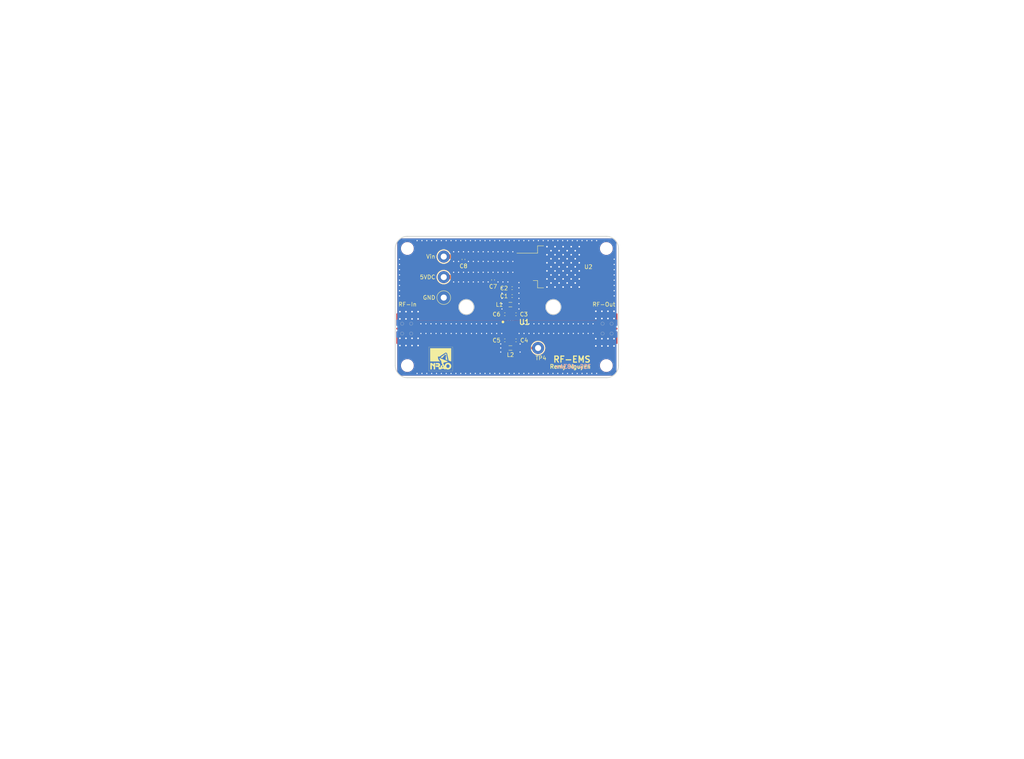
<source format=kicad_pcb>
(kicad_pcb (version 20221018) (generator pcbnew)
  (layers (0 "F.Cu" signal) (1 "In1.Cu" signal) (2 "In2.Cu" signal) (31 "B.Cu" signal) (34 "B.Paste" user) (35 "F.Paste" user) (36 "B.SilkS" user "B.Silkscreen") (37 "F.SilkS" user "F.Silkscreen") (38 "B.Mask" user) (39 "F.Mask" user) (44 "Edge.Cuts" user))
  (net 0 "")
  (net 1 "Net-(J1-In)")
  (net 2 "5VDC")
  (net 3 "Net-(J2-In)")
  (net 4 "GND")
  (net 5 "Net-(U1-VG2)")
  (net 6 "Net-(U1-VG1)")
  (net 7 "Vin")
  (net 8 "Net-(U1-VDD1)")
  (footprint "Capacitor_SMD:C_0402_1005Metric" (layer "F.Cu") (at 135.06 81.94 -90)
    (fp_text reference "C7" (at 1.64 0) (layer "F.SilkS"))
    (fp_text value "0.1 uF" hide)
    (pad "1" smd roundrect (at -0.48 0 270) (size 0.56 0.62) (layers "F.Cu" "F.Paste" "F.Mask") (net 2 "5VDC"))
    (pad "2" smd roundrect (at 0.48 0 270) (size 0.56 0.62) (layers "F.Cu" "F.Paste" "F.Mask") (net 4 "GND"))
  )
  (footprint "footprints.pretty:GCPW_osh2_90mm_user" (layer "F.Cu") (at 206.99 147.46)
    (fp_text reference " " (at 0 0) (layer "F.SilkS") (effects (font (size 1.5 1.5) (thickness 0.3))))
    (fp_text value "LOGO" hide)
  )
  (footprint "Package_TO_SOT_SMD:TO-263-2" (layer "F.Cu") (at 150.9 78.7)
    (fp_text reference "U2" (at 7.75 0) (layer "F.SilkS"))
    (fp_text value "L7805")
    (pad "1" smd roundrect (at -7.65 -2.54) (size 4.6 1.1) (layers "F.Cu" "F.Paste" "F.Mask") (roundrect_rratio 0.2272727273) (net 7 "Vin"))
    (pad "2" smd roundrect (at -0.925 -2.775) (size 4.55 5.25) (layers "F.Cu" "F.Paste") (roundrect_rratio 0.05494505495) (net 4 "GND"))
    (pad "2" smd roundrect (at -0.925 2.775) (size 4.55 5.25) (layers "F.Cu" "F.Paste") (roundrect_rratio 0.05494505495) (net 4 "GND"))
    (pad "2" smd roundrect (at 1.5 0) (size 9.4 10.8) (layers "F.Cu" "F.Mask") (roundrect_rratio 0.02659595745) (net 4 "GND"))
    (pad "2" smd roundrect (at 3.925 -2.775) (size 4.55 5.25) (layers "F.Cu" "F.Paste") (roundrect_rratio 0.05494505495) (net 4 "GND"))
    (pad "2" smd roundrect (at 3.925 2.775) (size 4.55 5.25) (layers "F.Cu" "F.Paste") (roundrect_rratio 0.05494505495) (net 4 "GND"))
    (pad "3" smd roundrect (at -7.65 2.54) (size 4.6 1.1) (layers "F.Cu" "F.Paste" "F.Mask") (roundrect_rratio 0.2272727273) (net 2 "5VDC"))
  )
  (footprint "Capacitor_SMD:C_0402_1005Metric" (layer "F.Cu") (at 127.74 76.86 -90)
    (fp_text reference "C8" (at 1.65 0) (layer "F.SilkS"))
    (fp_text value "0.33 uF" hide)
    (pad "1" smd roundrect (at -0.48 0 270) (size 0.56 0.62) (layers "F.Cu" "F.Paste" "F.Mask") (net 7 "Vin"))
    (pad "2" smd roundrect (at 0.48 0 270) (size 0.56 0.62) (layers "F.Cu" "F.Paste" "F.Mask") (net 4 "GND"))
  )
  (footprint "Capacitor_SMD:C_0402_1005Metric" (layer "F.Cu") (at 137.97 96.9 180)
    (fp_text reference "C5" (at 0.97 0) (layer "F.SilkS") (effects (justify right)))
    (fp_text value "1 nF" hide)
    (pad "1" smd roundrect (at -0.48 0 180) (size 0.56 0.62) (layers "F.Cu" "F.Paste" "F.Mask") (net 6 "Net-(U1-VG1)"))
    (pad "2" smd roundrect (at 0.48 0 180) (size 0.56 0.62) (layers "F.Cu" "F.Paste" "F.Mask") (net 4 "GND"))
  )
  (footprint "Capacitor_SMD:C_0402_1005Metric" (layer "F.Cu") (at 140.74 90.44)
    (fp_text reference "C3" (at 0.86 0.01) (layer "F.SilkS") (effects (justify left)))
    (fp_text value "1 nF" hide)
    (pad "1" smd roundrect (at -0.48 0) (size 0.56 0.62) (layers "F.Cu" "F.Paste" "F.Mask") (net 2 "5VDC"))
    (pad "2" smd roundrect (at 0.48 0) (size 0.56 0.62) (layers "F.Cu" "F.Paste" "F.Mask") (net 4 "GND"))
  )
  (footprint "Capacitor_SMD:C_0402_1005Metric" (layer "F.Cu") (at 137.97 90.44)
    (fp_text reference "C6" (at -0.97 0.01) (layer "F.SilkS") (effects (justify right)))
    (fp_text value "0.1 uF" hide)
    (pad "1" smd roundrect (at -0.48 0) (size 0.56 0.62) (layers "F.Cu" "F.Paste" "F.Mask") (net 4 "GND"))
    (pad "2" smd roundrect (at 0.48 0) (size 0.56 0.62) (layers "F.Cu" "F.Paste" "F.Mask") (net 8 "Net-(U1-VDD1)"))
  )
  (footprint "TestPoint:TestPoint_Loop_D2.54mm_Drill1.5mm_Beaded" (layer "F.Cu") (at 122.85 86.32)
    (fp_text reference "GND" (at -2 0) (layer "F.SilkS") (effects (justify right)))
    (fp_text value "GND" hide)
    (pad "1" thru_hole circle (at 0 0) (size 3 3) (drill 1.5) (layers "*.Cu" "*.Mask") (net 4 "GND"))
  )
  (footprint "Mini-Circuits:QFN66P300X300X89-9N" (layer "F.Cu") (at 139.355 93.67)
    (fp_text reference "U1" (at 3.445 -1.27) (layer "F.SilkS") (effects (font (size 1.27 1.27) (thickness 0.254))))
    (fp_text value "TSS-183A+" hide)
    (pad "1" smd rect (at -1.45 -0.33 90) (size 0.35 0.8) (layers "F.Cu" "F.Paste" "F.Mask") (net 4 "GND"))
    (pad "2" smd rect (at -1.45 0.33 90) (size 0.35 0.8) (layers "F.Cu" "F.Paste" "F.Mask") (net 1 "Net-(J1-In)"))
    (pad "3" smd rect (at -0.33 1.45) (size 0.35 0.8) (layers "F.Cu" "F.Paste" "F.Mask") (net 6 "Net-(U1-VG1)"))
    (pad "4" smd rect (at 0.33 1.45) (size 0.35 0.8) (layers "F.Cu" "F.Paste" "F.Mask") (net 5 "Net-(U1-VG2)"))
    (pad "5" smd rect (at 1.45 0.33 90) (size 0.35 0.8) (layers "F.Cu" "F.Paste" "F.Mask") (net 3 "Net-(J2-In)"))
    (pad "6" smd rect (at 1.45 -0.33 90) (size 0.35 0.8) (layers "F.Cu" "F.Paste" "F.Mask") (net 4 "GND"))
    (pad "7" smd rect (at 0.33 -1.45) (size 0.35 0.8) (layers "F.Cu" "F.Paste" "F.Mask") (net 2 "5VDC"))
    (pad "8" smd rect (at -0.33 -1.45) (size 0.35 0.8) (layers "F.Cu" "F.Paste" "F.Mask") (net 8 "Net-(U1-VDD1)"))
    (pad "9" smd rect (at 0 0) (size 1.702 1.702) (layers "F.Cu" "F.Paste" "F.Mask") (net 4 "GND"))
  )
  (footprint "Capacitor_SMD:C_0402_1005Metric" (layer "F.Cu") (at 139.78 85.95 180)
    (fp_text reference "C1" (at 0.94 0) (layer "F.SilkS") (effects (justify right)))
    (fp_text value "5.6 pF" hide)
    (pad "1" smd roundrect (at -0.48 0 180) (size 0.56 0.62) (layers "F.Cu" "F.Paste" "F.Mask") (net 2 "5VDC"))
    (pad "2" smd roundrect (at 0.48 0 180) (size 0.56 0.62) (layers "F.Cu" "F.Paste" "F.Mask") (net 4 "GND"))
  )
  (footprint "footprints:Mueller BU-1420761881" (layer "F.Cu") (at 161.56 94 180)
    (fp_text reference "RF-Out" (at -3.84 6 180) (layer "F.SilkS") (effects (justify right)))
    (fp_text value "Conn_Coaxial" hide)
    (fp_circle (center -2.8448 -1.2192) (end -2.4384 -1.2192) (stroke (width 0.05)) (fill none) (layer "Edge.Cuts"))
    (fp_circle (center -2.8448 1.2192) (end -2.4384 1.2192) (stroke (width 0.05)) (fill none) (layer "Edge.Cuts"))
    (fp_circle (center -0.6096 -1.2192) (end -0.2032 -1.2192) (stroke (width 0.05)) (fill none) (layer "Edge.Cuts"))
    (fp_circle (center -0.6096 1.2192) (end -0.2032 1.2192) (stroke (width 0.05)) (fill none) (layer "Edge.Cuts"))
    (pad "1" smd rect (at -3.4036 0 180) (size 1.7272 0.41) (layers "F.Cu" "F.Paste" "F.Mask") (net 3 "Net-(J2-In)"))
    (pad "2" smd rect (at -1.7272 -2.2292 180) (size 5.08 3.048) (layers "F.Cu" "F.Paste" "F.Mask") (net 4 "GND"))
    (pad "2" smd rect (at -1.7272 -1.4672 180) (size 5.08 1.524) (layers "B.Cu" "B.Paste" "B.Mask") (net 4 "GND"))
    (pad "2" smd rect (at -1.7272 1.4672 180) (size 5.08 1.524) (layers "B.Cu" "B.Paste" "B.Mask") (net 4 "GND"))
    (pad "2" smd rect (at -1.7272 2.2292 180) (size 5.08 3.048) (layers "F.Cu" "F.Paste" "F.Mask") (net 4 "GND"))
  )
  (footprint "Capacitor_SMD:C_0402_1005Metric" (layer "F.Cu") (at 139.78 83.98 180)
    (fp_text reference "C2" (at 0.94 -0.02) (layer "F.SilkS") (effects (justify right)))
    (fp_text value "18 pF" hide)
    (pad "1" smd roundrect (at -0.48 0 180) (size 0.56 0.62) (layers "F.Cu" "F.Paste" "F.Mask") (net 2 "5VDC"))
    (pad "2" smd roundrect (at 0.48 0 180) (size 0.56 0.62) (layers "F.Cu" "F.Paste" "F.Mask") (net 4 "GND"))
  )
  (footprint "Inductor_SMD:L_0805_2012Metric" (layer "F.Cu") (at 139.355 88.055 180)
    (fp_text reference "L1" (at 1.755 0.005) (layer "F.SilkS") (effects (justify right)))
    (fp_text value "3.3 nH" hide)
    (pad "1" smd roundrect (at -1.0625 0 180) (size 0.875 1.2) (layers "F.Cu" "F.Paste" "F.Mask") (net 2 "5VDC"))
    (pad "2" smd roundrect (at 1.0625 0 180) (size 0.875 1.2) (layers "F.Cu" "F.Paste" "F.Mask") (net 8 "Net-(U1-VDD1)"))
  )
  (footprint "FabDrawingTemplates:FabDrawing-4Layer-Metric-Compact-OSH" (layer "F.Cu") (at 55.5 135.5)
    (fp_text reference " " hide)
    (fp_text value " " hide)
  )
  (footprint "TestPoint:TestPoint_Loop_D2.54mm_Drill1.5mm_Beaded" (layer "F.Cu") (at 122.85 81.24)
    (fp_text reference "5VDC" (at -2 0) (layer "F.SilkS") (effects (justify right)))
    (fp_text value "5VDC" hide)
    (pad "1" thru_hole circle (at 0 0) (size 3 3) (drill 1.5) (layers "*.Cu" "*.Mask") (net 2 "5VDC"))
  )
  (footprint "Inductor_SMD:L_0805_2012Metric" (layer "F.Cu") (at 139.355 98.8)
    (fp_text reference "L2" (at 0 1.1) (layer "F.SilkS") (effects (justify top)))
    (fp_text value "3.3 nH" hide)
    (pad "1" smd roundrect (at -1.0625 0) (size 0.875 1.2) (layers "F.Cu" "F.Paste" "F.Mask") (net 6 "Net-(U1-VG1)"))
    (pad "2" smd roundrect (at 1.0625 0) (size 0.875 1.2) (layers "F.Cu" "F.Paste" "F.Mask") (net 5 "Net-(U1-VG2)"))
  )
  (footprint "MountingHole:MountingHole_2.7mm_M2.5" (layer "F.Cu") (at 163.1 103.15)
    (fp_text reference "REF**" hide)
    (fp_text value "MountingHole_2.7mm_M2.5" hide)
    (pad "" np_thru_hole circle (at 0 0) (size 2.7 2.7) (drill 2.7) (layers "*.Mask" "F.Cu" "In1.Cu" "In2.Cu" "B.Cu"))
  )
  (footprint "TestPoint:TestPoint_Loop_D2.54mm_Drill1.5mm_Beaded" (layer "F.Cu") (at 122.85 76.16)
    (fp_text reference "Vin" (at -2 0) (layer "F.SilkS") (effects (justify right)))
    (fp_text value "Vin" hide)
    (pad "1" thru_hole circle (at 0 0) (size 3 3) (drill 1.5) (layers "*.Cu" "*.Mask") (net 7 "Vin"))
  )
  (footprint "Capacitor_SMD:C_0402_1005Metric" (layer "F.Cu") (at 140.74 96.9 180)
    (fp_text reference "C4" (at -0.96 0) (layer "F.SilkS") (effects (justify left)))
    (fp_text value "1 nF" hide)
    (pad "1" smd roundrect (at -0.48 0 180) (size 0.56 0.62) (layers "F.Cu" "F.Paste" "F.Mask") (net 4 "GND"))
    (pad "2" smd roundrect (at 0.48 0 180) (size 0.56 0.62) (layers "F.Cu" "F.Paste" "F.Mask") (net 5 "Net-(U1-VG2)"))
  )
  (footprint "footprints.pretty:nrao1_6mm_silk" (layer "F.Cu") (at 122.1 101.5)
    (fp_text reference "G***" hide)
    (fp_text value "LOGO" hide)
  )
  (footprint "MountingHole:MountingHole_2.7mm_M2.5" (layer "F.Cu") (at 163.1 74.15)
    (fp_text reference "REF**" hide)
    (fp_text value "MountingHole_2.7mm_M2.5" hide)
    (pad "" np_thru_hole circle (at 0 0) (size 2.7 2.7) (drill 2.7) (layers "*.Mask" "F.Cu" "In1.Cu" "In2.Cu" "B.Cu"))
  )
  (footprint "MountingHole:MountingHole_2.7mm_M2.5" (layer "F.Cu") (at 113.85 74.15)
    (fp_text reference "REF**" hide)
    (fp_text value "MountingHole_2.7mm_M2.5" hide)
    (pad "" np_thru_hole circle (at 0 0) (size 2.7 2.7) (drill 2.7) (layers "*.Mask" "F.Cu" "In1.Cu" "In2.Cu" "B.Cu"))
  )
  (footprint "TestPoint:TestPoint_Loop_D2.54mm_Drill1.5mm_Beaded" (layer "F.Cu") (at 146.2 98.8)
    (fp_text reference "TP4" (at 0.7 2.5) (layer "F.SilkS"))
    (fp_text value "Vg")
    (pad "1" thru_hole circle (at 0 0) (size 3 3) (drill 1.5) (layers "*.Cu" "*.Mask") (net 5 "Net-(U1-VG2)"))
  )
  (footprint "footprints:Mueller BU-1420761881" (layer "F.Cu") (at 115.39 94)
    (fp_text reference "RF-In" (at -3.84 -6) (layer "F.SilkS") (effects (justify left)))
    (fp_text value "Conn_Coaxial" hide)
    (fp_circle (center -2.8448 -1.2192) (end -2.4384 -1.2192) (stroke (width 0.05)) (fill none) (layer "Edge.Cuts"))
    (fp_circle (center -2.8448 1.2192) (end -2.4384 1.2192) (stroke (width 0.05)) (fill none) (layer "Edge.Cuts"))
    (fp_circle (center -0.6096 -1.2192) (end -0.2032 -1.2192) (stroke (width 0.05)) (fill none) (layer "Edge.Cuts"))
    (fp_circle (center -0.6096 1.2192) (end -0.2032 1.2192) (stroke (width 0.05)) (fill none) (layer "Edge.Cuts"))
    (pad "1" smd rect (at -3.4036 0) (size 1.7272 0.41) (layers "F.Cu" "F.Paste" "F.Mask") (net 1 "Net-(J1-In)"))
    (pad "2" smd rect (at -1.7272 -2.2292) (size 5.08 3.048) (layers "F.Cu" "F.Paste" "F.Mask") (net 4 "GND"))
    (pad "2" smd rect (at -1.7272 -1.4672) (size 5.08 1.524) (layers "B.Cu" "B.Paste" "B.Mask") (net 4 "GND"))
    (pad "2" smd rect (at -1.7272 1.4672) (size 5.08 1.524) (layers "B.Cu" "B.Paste" "B.Mask") (net 4 "GND"))
    (pad "2" smd rect (at -1.7272 2.2292) (size 5.08 3.048) (layers "F.Cu" "F.Paste" "F.Mask") (net 4 "GND"))
  )
  (footprint "MountingHole:MountingHole_2.7mm_M2.5" (layer "F.Cu") (at 113.85 103.15)
    (fp_text reference "REF**" hide)
    (fp_text value "MountingHole_2.7mm_M2.5" hide)
    (pad "" np_thru_hole circle (at 0 0) (size 2.7 2.7) (drill 2.7) (layers "*.Cu" "*.Mask"))
  )
  (gr_arc (start 166.100001 103.150001) (mid 165.221321 105.271321) (end 163.100001 106.150001) (stroke (width 0.2)) (layer "Edge.Cuts"))
  (gr_line (start 166.1 88.65) (end 166.100001 74.149999) (stroke (width 0.2)) (layer "Edge.Cuts"))
  (gr_arc (start 110.85 74.15) (mid 111.72868 72.02868) (end 113.85 71.15) (stroke (width 0.2)) (layer "Edge.Cuts"))
  (gr_line (start 163.100001 71.149999) (end 113.85 71.15) (stroke (width 0.2)) (layer "Edge.Cuts"))
  (gr_arc (start 163.100001 71.149999) (mid 165.221321 72.028679) (end 166.100001 74.149999) (stroke (width 0.2)) (layer "Edge.Cuts"))
  (gr_line (start 166.100001 103.150001) (end 166.1 88.65) (stroke (width 0.2)) (layer "Edge.Cuts"))
  (gr_line (start 113.849999 106.150001) (end 163.100001 106.150001) (stroke (width 0.2)) (layer "Edge.Cuts"))
  (gr_line (start 110.85 74.15) (end 110.85 88.65) (stroke (width 0.2)) (layer "Edge.Cuts"))
  (gr_circle (center 128.4531 88.65) (end 130.32 88.65) (stroke (width 0.2)) (fill none) (layer "Edge.Cuts"))
  (gr_arc (start 113.849999 106.150001) (mid 111.728679 105.271321) (end 110.849999 103.150001) (stroke (width 0.2)) (layer "Edge.Cuts"))
  (gr_circle (center 149.975486 88.65) (end 151.842386 88.65) (stroke (width 0.2)) (fill none) (layer "Edge.Cuts"))
  (gr_line (start 110.85 88.65) (end 110.849999 103.150001) (stroke (width 0.2)) (layer "Edge.Cuts"))
  (gr_text "TSS-183A+" (at 159.35 104) (layer "B.SilkS") (effects (font (size 1 1) (thickness 0.2) bold) (justify left bottom mirror)))
  (gr_text "RF-EMS" (at 159.35 102.5) (layer "F.SilkS") (effects (font (size 1.5 1.5) (thickness 0.3) bold) (justify right bottom)))
  (gr_text "Remy Nguyen" (at 159.35 104) (layer "F.SilkS") (effects (font (size 1 1) (thickness 0.2) bold) (justify right bottom)))
  (segment (start 112.1964 94) (end 137.2 94) (width 0.41) (layer "F.Cu") (net 1))
  (segment (start 137.905 94) (end 137.5 94) (width 0.35) (layer "F.Cu") (net 1))
  (segment (start 140.26 90.5875) (end 139.685 91.1625) (width 0.35) (layer "F.Cu") (net 2))
  (segment (start 140.26 90.44) (end 140.26 81.29) (width 0.56) (layer "F.Cu") (net 2))
  (segment (start 143.25 81.24) (end 140.31 81.24) (width 1.1) (layer "F.Cu") (net 2))
  (segment (start 140.31 81.24) (end 122.85 81.24) (width 1.1) (layer "F.Cu") (net 2))
  (segment (start 139.685 91.1625) (end 139.685 92.2175) (width 0.35) (layer "F.Cu") (net 2))
  (segment (start 141.5 94) (end 164.7136 94) (width 0.41) (layer "F.Cu") (net 3))
  (segment (start 140.805 94) (end 141.21 94) (width 0.35) (layer "F.Cu") (net 3))
  (segment (start 149.31 75) (end 149.35 75.04) (width 0.25) (layer "F.Cu") (net 4))
  (via (at 137.87439 105.1) (size 0.6) (drill 0.3) (layers "F.Cu" "B.Cu") (net 4))
  (via (at 130.667073 105.1) (size 0.6) (drill 0.3) (layers "F.Cu" "B.Cu") (net 4))
  (via (at 141.46 89.132857) (size 0.6) (drill 0.3) (layers "F.Cu" "B.Cu") (net 4))
  (via (at 160.5 89.7) (size 0.8) (drill 0.4) (layers "F.Cu" "B.Cu") (net 4))
  (via (at 163.5 89.7) (size 0.8) (drill 0.4) (layers "F.Cu" "B.Cu") (net 4))
  (via (at 128.44874 95.2) (size 0.6) (drill 0.3) (layers "F.Cu" "B.Cu") (net 4))
  (via (at 134.268292 72.2) (size 0.6) (drill 0.3) (layers "F.Cu" "B.Cu") (net 4))
  (via (at 131.4 74.96) (size 0.6) (drill 0.3) (layers "F.Cu" "B.Cu") (net 4))
  (via (at 151.274147 92.8) (size 0.6) (drill 0.3) (layers "F.Cu" "B.Cu") (net 4))
  (via (at 124.658536 72.2) (size 0.6) (drill 0.3) (layers "F.Cu" "B.Cu") (net 4))
  (via (at 148.4 77.7) (size 0.8) (drill 0.4) (layers "F.Cu" "B.Cu") (net 4))
  (via (at 150.4 75.7) (size 0.8) (drill 0.4) (layers "F.Cu" "B.Cu") (net 4))
  (via (at 123.457317 72.2) (size 0.6) (drill 0.3) (layers "F.Cu" "B.Cu") (net 4))
  (via (at 154.691463 105.1) (size 0.6) (drill 0.3) (layers "F.Cu" "B.Cu") (net 4))
  (via (at 113.5 89.8) (size 0.8) (drill 0.4) (layers "F.Cu" "B.Cu") (net 4))
  (via (at 126.514285 74.96) (size 0.6) (drill 0.3) (layers "F.Cu" "B.Cu") (net 4))
  (via (at 152.4 77.7) (size 0.8) (drill 0.4) (layers "F.Cu" "B.Cu") (net 4))
  (via (at 115 98.2) (size 0.8) (drill 0.4) (layers "F.Cu" "B.Cu") (net 4))
  (via (at 136.285714 80.04) (size 0.6) (drill 0.3) (layers "F.Cu" "B.Cu") (net 4))
  (via (at 154.4 79.7) (size 0.8) (drill 0.4) (layers "F.Cu" "B.Cu") (net 4))
  (via (at 117.451219 72.2) (size 0.6) (drill 0.3) (layers "F.Cu" "B.Cu") (net 4))
  (via (at 143.880487 105.1) (size 0.6) (drill 0.3) (layers "F.Cu" "B.Cu") (net 4))
  (via (at 165.05 85.9) (size 0.6) (drill 0.3) (layers "F.Cu" "B.Cu") (net 4))
  (via (at 158.604757 92.8) (size 0.6) (drill 0.3) (layers "F.Cu" "B.Cu") (net 4))
  (via (at 122.256097 72.2) (size 0.6) (drill 0.3) (layers "F.Cu" "B.Cu") (net 4))
  (via (at 136.285714 77.36) (size 0.6) (drill 0.3) (layers "F.Cu" "B.Cu") (net 4))
  (via (at 127.063414 105.1) (size 0.6) (drill 0.3) (layers "F.Cu" "B.Cu") (net 4))
  (via (at 138.728571 82.44) (size 0.6) (drill 0.3) (layers "F.Cu" "B.Cu") (net 4))
  (via (at 131.868292 105.1) (size 0.6) (drill 0.3) (layers "F.Cu" "B.Cu") (net 4))
  (via (at 116.5 98.2) (size 0.8) (drill 0.4) (layers "F.Cu" "B.Cu") (net 4))
  (via (at 119.69748 92.8) (size 0.6) (drill 0.3) (layers "F.Cu" "B.Cu") (net 4))
  (via (at 162 98.3) (size 0.8) (drill 0.4) (layers "F.Cu" "B.Cu") (net 4))
  (via (at 141.5 95.2) (size 0.6) (drill 0.3) (layers "F.Cu" "B.Cu") (net 4))
  (via (at 148.4 75.7) (size 0.8) (drill 0.4) (layers "F.Cu" "B.Cu") (net 4))
  (via (at 143.878048 72.2) (size 0.6) (drill 0.3) (layers "F.Cu" "B.Cu") (net 4))
  (via (at 133.44946 92.8) (size 0.6) (drill 0.3) (layers "F.Cu" "B.Cu") (net 4))
  (via (at 149.884146 72.2) (size 0.6) (drill 0.3) (layers "F.Cu" "B.Cu") (net 4))
  (via (at 141.755 97.8) (size 0.6) (drill 0.3) (layers "F.Cu" "B.Cu") (net 4))
  (via (at 115 91.6) (size 0.8) (drill 0.4) (layers "F.Cu" "B.Cu") (net 4))
  (via (at 151.4 82.7) (size 0.8) (drill 0.4) (layers "F.Cu" "B.Cu") (net 4))
  (via (at 117.19712 95.2) (size 0.6) (drill 0.3) (layers "F.Cu" "B.Cu") (net 4))
  (via (at 162 89.7) (size 0.8) (drill 0.4) (layers "F.Cu" "B.Cu") (net 4))
  (via (at 112 89.8) (size 0.8) (drill 0.4) (layers "F.Cu" "B.Cu") (net 4))
  (via (at 116.25 72.2) (size 0.6) (drill 0.3) (layers "F.Cu" "B.Cu") (net 4))
  (via (at 124.6982 95.2) (size 0.6) (drill 0.3) (layers "F.Cu" "B.Cu") (net 4))
  (via (at 152.4 73.7) (size 0.8) (drill 0.4) (layers "F.Cu" "B.Cu") (net 4))
  (via (at 148.682926 72.2) (size 0.6) (drill 0.3) (layers "F.Cu" "B.Cu") (net 4))
  (via (at 141.46 85.211428) (size 0.6) (drill 0.3) (layers "F.Cu" "B.Cu") (net 4))
  (via (at 128.957142 74.96) (size 0.6) (drill 0.3) (layers "F.Cu" "B.Cu") (net 4))
  (via (at 138.728571 74.96) (size 0.6) (drill 0.3) (layers "F.Cu" "B.Cu") (net 4))
  (via (at 154.939452 95.2) (size 0.6) (drill 0.3) (layers "F.Cu" "B.Cu") (net 4))
  (via (at 129.465853 105.1) (size 0.6) (drill 0.3) (layers "F.Cu" "B.Cu") (net 4))
  (via (at 122.258536 105.1) (size 0.6) (drill 0.3) (layers "F.Cu" "B.Cu") (net 4))
  (via (at 137.2 95.2) (size 0.6) (drill 0.3) (layers "F.Cu" "B.Cu") (net 4))
  (via (at 150.052378 92.8) (size 0.6) (drill 0.3) (layers "F.Cu" "B.Cu") (net 4))
  (via (at 147.608842 95.2) (size 0.6) (drill 0.3) (layers "F.Cu" "B.Cu") (net 4))
  (via (at 156.4 73.7) (size 0.8) (drill 0.4) (layers "F.Cu" "B.Cu") (net 4))
  (via (at 132.19928 92.8) (size 0.6) (drill 0.3) (layers "F.Cu" "B.Cu") (net 4))
  (via (at 150.4 81.7) (size 0.8) (drill 0.4) (layers "F.Cu" "B.Cu") (net 4))
  (via (at 126.514285 80.04) (size 0.6) (drill 0.3) (layers "F.Cu" "B.Cu") (net 4))
  (via (at 125.859756 72.2) (size 0.6) (drill 0.3) (layers "F.Cu" "B.Cu") (net 4))
  (via (at 152.286585 72.2) (size 0.6) (drill 0.3) (layers "F.Cu" "B.Cu") (net 4))
  (via (at 131.4 82.44) (size 0.6) (drill 0.3) (layers "F.Cu" "B.Cu") (net 4))
  (via (at 157.091463 72.2) (size 0.6) (drill 0.3) (layers "F.Cu" "B.Cu") (net 4))
  (via (at 127.735714 74.96) (size 0.6) (drill 0.3) (layers "F.Cu" "B.Cu") (net 4))
  (via (at 115 96.4) (size 0.8) (drill 0.4) (layers "F.Cu" "B.Cu") (net 4))
  (via (at 139.07317 72.2) (size 0.6) (drill 0.3) (layers "F.Cu" "B.Cu") (net 4))
  (via (at 151.274147 95.2) (size 0.6) (drill 0.3) (layers "F.Cu" "B.Cu") (net 4))
  (via (at 135.064285 74.96) (size 0.6) (drill 0.3) (layers "F.Cu" "B.Cu") (net 4))
  (via (at 153.487804 72.2) (size 0.6) (drill 0.3) (layers "F.Cu" "B.Cu") (net 4))
  (via (at 153.4 80.7) (size 0.8) (drill 0.4) (layers "F.Cu" "B.Cu") (net 4))
  (via (at 131.4 77.36) (size 0.6) (drill 0.3) (layers "F.Cu" "B.Cu") (net 4))
  (via (at 122.19784 95.2) (size 0.6) (drill 0.3) (layers "F.Cu" "B.Cu") (net 4))
  (via (at 125.292857 82.44) (size 0.6) (drill 0.3) (layers "F.Cu" "B.Cu") (net 4))
  (via (at 149.886585 105.1) (size 0.6) (drill 0.3) (layers "F.Cu" "B.Cu") (net 4))
  (via (at 135.471951 105.1) (size 0.6) (drill 0.3) (layers "F.Cu" "B.Cu") (net 4))
  (via (at 165 96.5) (size 0.8) (drill 0.4) (layers "F.Cu" "B.Cu") (net 4))
  (via (at 141.46 83.904285) (size 0.6) (drill 0.3) (layers "F.Cu" "B.Cu") (net 4))
  (via (at 156.4 81.7) (size 0.8) (drill 0.4) (layers "F.Cu" "B.Cu") (net 4))
  (via (at 130.178571 77.36) (size 0.6) (drill 0.3) (layers "F.Cu" "B.Cu") (net 4))
  (via (at 165.05 79.4) (size 0.6) (drill 0.3) (layers "F.Cu" "B.Cu") (net 4))
  (via (at 153.4 82.7) (size 0.8) (drill 0.4) (layers "F.Cu" "B.Cu") (net 4))
  (via (at 153.4 78.7) (size 0.8) (drill 0.4) (layers "F.Cu" "B.Cu") (net 4))
  (via (at 121.057317 105.1) (size 0.6) (drill 0.3) (layers "F.Cu" "B.Cu") (net 4))
  (via (at 147.608842 92.8) (size 0.6) (drill 0.3) (layers "F.Cu" "B.Cu") (net 4))
  (via (at 133.067073 72.2) (size 0.6) (drill 0.3) (layers "F.Cu" "B.Cu") (net 4))
  (via (at 155.4 78.7) (size 0.8) (drill 0.4) (layers "F.Cu" "B.Cu") (net 4))
  (via (at 134.69964 92.8) (size 0.6) (drill 0.3) (layers "F.Cu" "B.Cu") (net 4))
  (via (at 111.9 80.7) (size 0.6) (drill 0.3) (layers "F.Cu" "B.Cu") (net 4))
  (via (at 128.957142 82.44) (size 0.6) (drill 0.3) (layers "F.Cu" "B.Cu") (net 4))
  (via (at 125.292857 77.36) (size 0.6) (drill 0.3) (layers "F.Cu" "B.Cu") (net 4))
  (via (at 116.5 91.6) (size 0.8) (drill 0.4) (layers "F.Cu" "B.Cu") (net 4))
  (via (at 139.075609 105.1) (size 0.6) (drill 0.3) (layers "F.Cu" "B.Cu") (net 4))
  (via (at 138.728571 80.04) (size 0.6) (drill 0.3) (layers "F.Cu" "B.Cu") (net 4))
  (via (at 135.064285 80.04) (size 0.6) (drill 0.3) (layers "F.Cu" "B.Cu") (net 4))
  (via (at 154.4 77.7) (size 0.8) (drill 0.4) (layers "F.Cu" "B.Cu") (net 4))
  (via (at 148.4 83.7) (size 0.8) (drill 0.4) (layers "F.Cu" "B.Cu") (net 4))
  (via (at 132.621428 82.44) (size 0.6) (drill 0.3) (layers "F.Cu" "B.Cu") (net 4))
  (via (at 163.5 96.5) (size 0.8) (drill 0.4) (layers "F.Cu" "B.Cu") (net 4))
  (via (at 137.507142 80.04) (size 0.6) (drill 0.3) (layers "F.Cu" "B.Cu") (net 4))
  (via (at 148.4 79.7) (size 0.8) (drill 0.4) (layers "F.Cu" "B.Cu") (net 4))
  (via (at 126.514285 82.44) (size 0.6) (drill 0.3) (layers "F.Cu" "B.Cu") (net 4))
  (via (at 153.4 74.7) (size 0.8) (drill 0.4) (layers "F.Cu" "B.Cu") (net 4))
  (via (at 130.664634 72.2) (size 0.6) (drill 0.3) (layers "F.Cu" "B.Cu") (net 4))
  (via (at 130.9491 95.2) (size 0.6) (drill 0.3) (layers "F.Cu" "B.Cu") (net 4))
  (via (at 154.4 81.7) (size 0.8) (drill 0.4) (layers "F.Cu" "B.Cu") (net 4))
  (via (at 163.5 98.3) (size 0.8) (drill 0.4) (layers "F.Cu" "B.Cu") (net 4))
  (via (at 112 96.4) (size 0.8) (drill 0.4) (layers "F.Cu" "B.Cu") (net 4))
  (via (at 141.46 86.518571) (size 0.6) (drill 0.3) (layers "F.Cu" "B.Cu") (net 4))
  (via (at 156.4 83.7) (size 0.8) (drill 0.4) (layers "F.Cu" "B.Cu") (net 4))
  (via (at 122.19784 92.8) (size 0.6) (drill 0.3) (layers "F.Cu" "B.Cu") (net 4))
  (via (at 146.280487 72.2) (size 0.6) (drill 0.3) (layers "F.Cu" "B.Cu") (net 4))
  (via (at 162 96.5) (size 0.8) (drill 0.4) (layers "F.Cu" "B.Cu") (net 4))
  (via (at 155.890243 72.2) (size 0.6) (drill 0.3) (layers "F.Cu" "B.Cu") (net 4))
  (via (at 132.621428 74.96) (size 0.6) (drill 0.3) (layers "F.Cu" "B.Cu") (net 4))
  (via (at 126.514285 77.36) (size 0.6) (drill 0.3) (layers "F.Cu" "B.Cu") (net 4))
  (via (at 137.26 87.825714) (size 0.6) (drill 0.3) (layers "F.Cu" "B.Cu") (net 4))
  (via (at 131.865853 72.2) (size 0.6) (drill 0.3) (layers "F.Cu" "B.Cu") (net 4))
  (via (at 160.5 98.3) (size 0.8) (drill 0.4) (layers "F.Cu" "B.Cu") (net 4))
  (via (at 134.69964 95.2) (size 0.6) (drill 0.3) (layers "F.Cu" "B.Cu") (net 4))
  (via (at 151.4 74.7) (size 0.8) (drill 0.4) (layers "F.Cu" "B.Cu") (net 4))
  (via (at 136.285714 82.44) (size 0.6) (drill 0.3) (layers "F.Cu" "B.Cu") (net 4))
  (via (at 152.4 79.7) (size 0.8) (drill 0.4) (layers "F.Cu" "B.Cu") (net 4))
  (via (at 145.079268 72.2) (size 0.6) (drill 0.3) (layers "F.Cu" "B.Cu") (net 4))
  (via (at 153.490243 105.1) (size 0.6) (drill 0.3) (layers "F.Cu" "B.Cu") (net 4))
  (via (at 125.292857 80.04) (size 0.6) (drill 0.3) (layers "F.Cu" "B.Cu") (net 4))
  (via (at 113.5 96.4) (size 0.8) (drill 0.4) (layers "F.Cu" "B.Cu") (net 4))
  (via (at 111.9 83.3) (size 0.6) (drill 0.3) (layers "F.Cu" "B.Cu") (net 4))
  (via (at 116.252439 105.1) (size 0.6) (drill 0.3) (layers "F.Cu" "B.Cu") (net 4))
  (via (at 141.46 82.597142) (size 0.6) (drill 0.3) (layers "F.Cu" "B.Cu") (net 4))
  (via (at 136.955 99.8) (size 0.6) (drill 0.3) (layers "F.Cu" "B.Cu") (net 4))
  (via (at 120.94766 92.8) (size 0.6) (drill 0.3) (layers "F.Cu" "B.Cu") (net 4))
  (via (at 151.087804 105.1) (size 0.6) (drill 0.3) (layers "F.Cu" "B.Cu") (net 4))
  (via (at 133.069512 105.1) (size 0.6) (drill 0.3) (layers "F.Cu" "B.Cu") (net 4))
  (via (at 130.178571 74.96) (size 0.6) (drill 0.3) (layers "F.Cu" "B.Cu") (net 4))
  (via (at 142.676829 72.2) (size 0.6) (drill 0.3) (layers "F.Cu" "B.Cu") (net 4))
  (via (at 118.652439 72.2) (size 0.6) (drill 0.3) (layers "F.Cu" "B.Cu") (net 4))
  (via (at 151.4 76.7) (size 0.8) (drill 0.4) (layers "F.Cu" "B.Cu") (net 4))
  (via (at 142.679268 105.1) (size 0.6) (drill 0.3) (layers "F.Cu" "B.Cu") (net 4))
  (via (at 133.44946 95.2) (size 0.6) (drill 0.3) (layers "F.Cu" "B.Cu") (net 4))
  (via (at 129.69892 95.2) (size 0.6) (drill 0.3) (layers "F.Cu" "B.Cu") (net 4))
  (via (at 149.4 76.7) (size 0.8) (drill 0.4) (layers "F.Cu" "B.Cu") (net 4))
  (via (at 165.05 80.7) (size 0.6) (drill 0.3) (layers "F.Cu" "B.Cu") (net 4))
  (via (at 132.621428 77.36) (size 0.6) (drill 0.3) (layers "F.Cu" "B.Cu") (net 4))
  (via (at 145.165305 95.2) (size 0.6) (drill 0.3) (layers "F.Cu" "B.Cu") (net 4))
  (via (at 158.292682 72.2) (size 0.6) (drill 0.3) (layers "F.Cu" "B.Cu") (net 4))
  (via (at 154.4 73.7) (size 0.8) (drill 0.4) (layers "F.Cu" "B.Cu") (net 4))
  (via (at 132.19928 95.2) (size 0.6) (drill 0.3) (layers "F.Cu" "B.Cu") (net 4))
  (via (at 125.862195 105.1) (size 0.6) (drill 0.3) (layers "F.Cu" "B.Cu") (net 4))
  (via (at 150.4 83.7) (size 0.8) (drill 0.4) (layers "F.Cu" "B.Cu") (net 4))
  (via (at 141.475609 72.2) (size 0.6) (drill 0.3) (layers "F.Cu" "B.Cu") (net 4))
  (via (at 151.4 80.7) (size 0.8) (drill 0.4) (layers "F.Cu" "B.Cu") (net 4))
  (via (at 142.721768 95.2) (size 0.6) (drill 0.3) (layers "F.Cu" "B.Cu") (net 4))
  (via (at 160.5 91.5) (size 0.8) (drill 0.4) (layers "F.Cu" "B.Cu") (net 4))
  (via (at 155.4 74.7) (size 0.8) (drill 0.4) (layers "F.Cu" "B.Cu") (net 4))
  (via (at 160.695121 72.2) (size 0.6) (drill 0.3) (layers "F.Cu" "B.Cu") (net 4))
  (via (at 123.459756 105.1) (size 0.6) (drill 0.3) (layers "F.Cu" "B.Cu") (net 4))
  (via (at 145.081707 105.1) (size 0.6) (drill 0.3) (layers "F.Cu" "B.Cu") (net 4))
  (via (at 148.4 81.7) (size 0.8) (drill 0.4) (layers "F.Cu" "B.Cu") (net 4))
  (via (at 147.481707 72.2) (size 0.6) (drill 0.3) (layers "F.Cu" "B.Cu") (net 4))
  (via (at 156.161221 95.2) (size 0.6) (drill 0.3) (layers "F.Cu" "B.Cu") (net 4))
  (via (at 125.292857 74.96) (size 0.6) (drill 0.3) (layers "F.Cu" "B.Cu") (net 4))
  (via (at 145.165305 92.8) (size 0.6) (drill 0.3) (layers "F.Cu" "B.Cu") (net 4))
  (via (at 148.83061 95.2) (size 0.6) (drill 0.3) (layers "F.Cu" "B.Cu") (net 4))
  (via (at 142.721768 92.8) (size 0.6) (drill 0.3) (layers "F.Cu" "B.Cu") (net 4))
  (via (at 154.4 83.7) (size 0.8) (drill 0.4) (layers "F.Cu" "B.Cu") (net 4))
  (via (at 111.9 85.9) (size 0.6) (drill 0.3) (layers "F.Cu" "B.Cu") (net 4))
  (via (at 130.9491 92.8) (size 0.6) (drill 0.3) (layers "F.Cu" "B.Cu") (net 4))
  (via (at 112 98.2) (size 0.8) (drill 0.4) (layers "F.Cu" "B.Cu") (net 4))
  (via (at 125.94838 95.2) (size 0.6) (drill 0.3) (layers "F.Cu" "B.Cu") (net 4))
  (via (at 138.728571 77.36) (size 0.6) (drill 0.3) (layers "F.Cu" "B.Cu") (net 4))
  (via (at 127.19856 95.2) (size 0.6) (drill 0.3) (layers "F.Cu" "B.Cu") (net 4))
  (via (at 146.282926 105.1) (size 0.6) (drill 0.3) (layers "F.Cu" "B.Cu") (net 4))
  (via (at 120.94766 95.2) (size 0.6) (drill 0.3) (layers "F.Cu" "B.Cu") (net 4))
  (via (at 155.892682 105.1) (size 0.6) (drill 0.3) (layers "F.Cu" "B.Cu") (net 4))
  (via (at 165.05 76.8) (size 0.6) (drill 0.3) (layers "F.Cu" "B.Cu") (net 4))
  (via (at 154.939452 92.8) (size 0.6) (drill 0.3) (layers "F.Cu" "B.Cu") (net 4))
  (via (at 151.4 78.7) (size 0.8) (drill 0.4) (layers "F.Cu" "B.Cu") (net 4))
  (via (at 137.26 85.211428) (size 0.6) (drill 0.3) (layers "F.Cu" "B.Cu") (net 4))
  (via (at 137.871951 72.2) (size 0.6) (drill 0.3) (layers "F.Cu" "B.Cu") (net 4))
  (via (at 139.95 80.04) (size 0.6) (drill 0.3) (layers "F.Cu" "B.Cu") (net 4))
  (via (at 155.4 80.7) (size 0.8) (drill 0.4) (layers "F.Cu" "B.Cu") (net 4))
  (via (at 151.085365 72.2) (size 0.6) (drill 0.3) (layers "F.Cu" "B.Cu") (net 4))
  (via (at 132.621428 80.04) (size 0.6) (drill 0.3) (layers "F.Cu" "B.Cu") (net 4))
  (via (at 119.856097 105.1) (size 0.6) (drill 0.3) (layers "F.Cu" "B.Cu") (net 4))
  (via (at 135.94982 95.2) (size 0.6) (drill 0.3) (layers "F.Cu" "B.Cu") (net 4))
  (via (at 165 91.5) (size 0.8) (drill 0.4) (layers "F.Cu" "B.Cu") (net 4))
  (via (at 152.495915 95.2) (size 0.6) (drill 0.3) (layers "F.Cu" "B.Cu") (net 4))
  (via (at 141.46 87.825714) (size 0.6) (drill 0.3) (layers "F.Cu" "B.Cu") (net 4))
  (via (at 165 89.7) (size 0.8) (drill 0.4) (layers "F.Cu" "B.Cu") (net 4))
  (via (at 148.685365 105.1) (size 0.6) (drill 0.3) (layers "F.Cu" "B.Cu") (net 4))
  (via (at 158.604757 95.2) (size 0.6) (drill 0.3) (layers "F.Cu" "B.Cu") (net 4))
  (via (at 153.717684 95.2) (size 0.6) (drill 0.3) (layers "F.Cu" "B.Cu") (net 4))
  (via (at 149.4 82.7) (size 0.8) (drill 0.4) (layers "F.Cu" "B.Cu") (net 4))
  (via (at 165 98.3) (size 0.8) (drill 0.4) (layers "F.Cu" "B.Cu") (net 4))
  (via (at 137.507142 77.36) (size 0.6) (drill 0.3) (layers "F.Cu" "B.Cu") (net 4))
  (via (at 141.755 99.8) (size 0.6) (drill 0.3) (layers "F.Cu" "B.Cu") (net 4))
  (via (at 133.842857 74.96) (size 0.6) (drill 0.3) (layers "F.Cu" "B.Cu") (net 4))
  (via (at 113.5 91.6) (size 0.8) (drill 0.4) (layers "F.Cu" "B.Cu") (net 4))
  (via (at 111.9 82) (size 0.6) (drill 0.3) (layers "F.Cu" "B.Cu") (net 4))
  (via (at 135.064285 77.36) (size 0.6) (drill 0.3) (layers "F.Cu" "B.Cu") (net 4))
  (via (at 127.735714 82.44) (size 0.6) (drill 0.3) (layers "F.Cu" "B.Cu") (net 4))
  (via (at 117.453658 105.1) (size 0.6) (drill 0.3) (layers "F.Cu" "B.Cu") (net 4))
  (via (at 159.826526 92.8) (size 0.6) (drill 0.3) (layers "F.Cu" "B.Cu") (net 4))
  (via (at 124.660975 105.1) (size 0.6) (drill 0.3) (layers "F.Cu" "B.Cu") (net 4))
  (via (at 133.842857 82.44) (size 0.6) (drill 0.3) (layers "F.Cu" "B.Cu") (net 4))
  (via (at 157.382989 92.8) (size 0.6) (drill 0.3) (layers "F.Cu" "B.Cu") (net 4))
  (via (at 152.289024 105.1) (size 0.6) (drill 0.3) (layers "F.Cu" "B.Cu") (net 4))
  (via (at 135.469512 72.2) (size 0.6) (drill 0.3) (layers "F.Cu" "B.Cu") (net 4))
  (via (at 115 89.8) (size 0.8) (drill 0.4) (layers "F.Cu" "B.Cu") (net 4))
  (via (at 154.4 75.7) (size 0.8) (drill 0.4) (layers "F.Cu" "B.Cu") (net 4))
  (via (at 140.27439 72.2) (size 0.6) (drill 0.3) (layers "F.Cu" "B.Cu") (net 4))
  (via (at 143.943536 92.8) (size 0.6) (drill 0.3) (layers "F.Cu" "B.Cu") (net 4))
  (via (at 136.955 97.8) (size 0.6) (drill 0.3) (layers "F.Cu" "B.Cu") (net 4))
  (via (at 125.94838 92.8) (size 0.6) (drill 0.3) (layers "F.Cu" "B.Cu") (net 4))
  (via (at 136.955 98.79) (size 0.6) (drill 0.3) (layers "F.Cu" "B.Cu") (net 4))
  (via (at 152.495915 92.8) (size 0.6) (drill 0.3) (layers "F.Cu" "B.Cu") (net 4))
  (via (at 152.4 81.7) (size 0.8) (drill 0.4) (layers "F.Cu" "B.Cu") (net 4))
  (via (at 127.735714 80.04) (size 0.6) (drill 0.3) (layers "F.Cu" "B.Cu") (net 4))
  (via (at 155.4 76.7) (size 0.8) (drill 0.4) (layers "F.Cu" "B.Cu") (net 4))
  (via (at 143.943536 95.2) (size 0.6) (drill 0.3) (layers "F.Cu" "B.Cu") (net 4))
  (via (at 160.69756 105.1) (size 0.6) (drill 0.3) (layers "F.Cu" "B.Cu") (net 4))
  (via (at 128.264634 105.1) (size 0.6) (drill 0.3) (layers "F.Cu" "B.Cu") (net 4))
  (via (at 111.9 84.6) (size 0.6) (drill 0.3) (layers "F.Cu" "B.Cu") (net 4))
  (via (at 165.05 84.6) (size 0.6) (drill 0.3) (layers "F.Cu" "B.Cu") (net 4))
  (via (at 112 91.6) (size 0.8) (drill 0.4) (layers "F.Cu" "B.Cu") (net 4))
  (via (at 123.44802 95.2) (size 0.6) (drill 0.3) (layers "F.Cu" "B.Cu") (net 4))
  (via (at 127.060975 72.2) (size 0.6) (drill 0.3) (layers "F.Cu" "B.Cu") (net 4))
  (via (at 159.496341 105.1) (size 0.6) (drill 0.3) (layers "F.Cu" "B.Cu") (net 4))
  (via (at 165.05 82) (size 0.6) (drill 0.3) (layers "F.Cu" "B.Cu") (net 4))
  (via (at 119.69748 95.2) (size 0.6) (drill 0.3) (layers "F.Cu" "B.Cu") (net 4))
  (via (at 156.4 75.7) (size 0.8) (drill 0.4) (layers "F.Cu" "B.Cu") (net 4))
  (via (at 156.4 77.7) (size 0.8) (drill 0.4) (layers "F.Cu" "B.Cu") (net 4))
  (via (at 163.5 91.5) (size 0.8) (drill 0.4) (layers "F.Cu" "B.Cu") (net 4))
  (via (at 160.5 96.5) (size 0.8) (drill 0.4) (layers "F.Cu" "B.Cu") (net 4))
  (via (at 123.44802 92.8) (size 0.6) (drill 0.3) (layers "F.Cu" "B.Cu") (net 4))
  (via (at 154.689024 72.2) (size 0.6) (drill 0.3) (layers "F.Cu" "B.Cu") (net 4))
  (via (at 148.83061 92.8) (size 0.6) (drill 0.3) (layers "F.Cu" "B.Cu") (net 4))
  (via (at 118.654878 105.1) (size 0.6) (drill 0.3) (layers "F.Cu" "B.Cu") (net 4))
  (via (at 150.4 79.7) (size 0.8) (drill 0.4) (layers "F.Cu" "B.Cu") (net 4))
  (via (at 128.44874 92.8) (size 0.6) (drill 0.3) (layers "F.Cu" "B.Cu") (net 4))
  (via (at 146.387073 95.2) (size 0.6) (drill 0.3) (layers "F.Cu" "B.Cu") (net 4))
  (via (at 131.4 80.04) (size 0.6) (drill 0.3) (layers "F.Cu" "B.Cu") (net 4))
  (via (at 111.9 78.1) (size 0.6) (drill 0.3) (layers "F.Cu" "B.Cu") (net 4))
  (via (at 165.05 78.1) (size 0.6) (drill 0.3) (layers "F.Cu" "B.Cu") (net 4))
  (via (at 133.842857 77.36) (size 0.6) (drill 0.3) (layers "F.Cu" "B.Cu") (net 4))
  (via (at 136.670731 72.2) (size 0.6) (drill 0.3) (layers "F.Cu" "B.Cu") (net 4))
  (via (at 137.26 89.132857) (size 0.6) (drill 0.3) (layers "F.Cu" "B.Cu") (net 4))
  (via (at 141.478048 105.1) (size 0.6) (drill 0.3) (layers "F.Cu" "B.Cu") (net 4))
  (via (at 121.054878 72.2) (size 0.6) (drill 0.3) (layers "F.Cu" "B.Cu") (net 4))
  (via (at 155.4 82.7) (size 0.8) (drill 0.4) (layers "F.Cu" "B.Cu") (net 4))
  (via (at 130.178571 82.44) (size 0.6) (drill 0.3) (layers "F.Cu" "B.Cu") (net 4))
  (via (at 153.717684 92.8) (size 0.6) (drill 0.3) (layers "F.Cu" "B.Cu") (net 4))
  (via (at 150.4 77.7) (size 0.8) (drill 0.4) (layers "F.Cu" "B.Cu") (net 4))
  (via (at 135.94982 92.8) (size 0.6) (drill 0.3) (layers "F.Cu" "B.Cu") (net 4))
  (via (at 150.4 73.7) (size 0.8) (drill 0.4) (layers "F.Cu" "B.Cu") (net 4))
  (via (at 156.4 79.7) (size 0.8) (drill 0.4) (layers "F.Cu" "B.Cu") (net 4))
  (via (at 153.4 76.7) (size 0.8) (drill 0.4) (layers "F.Cu" "B.Cu") (net 4))
  (via (at 133.842857 80.04) (size 0.6) (drill 0.3) (layers "F.Cu" "B.Cu") (net 4))
  (via (at 127.19856 92.8) (size 0.6) (drill 0.3) (layers "F.Cu" "B.Cu") (net 4))
  (via (at 139.95 77.36) (size 0.6) (drill 0.3) (layers "F.Cu" "B.Cu") (net 4))
  (via (at 129.463414 72.2) (size 0.6) (drill 0.3) (layers "F.Cu" "B.Cu") (net 4))
  (via (at 146.387073 92.8) (size 0.6) (drill 0.3) (layers "F.Cu" "B.Cu") (net 4))
  (via (at 118.4473 95.2) (size 0.6) (drill 0.3) (layers "F.Cu" "B.Cu") (net 4))
  (via (at 147.484146 105.1) (size 0.6) (drill 0.3) (layers "F.Cu" "B.Cu") (net 4))
  (via (at 111.9 79.4) (size 0.6) (drill 0.3) (layers "F.Cu" "B.Cu") (net 4))
  (via (at 149.4 80.7) (size 0.8) (drill 0.4) (layers "F.Cu" "B.Cu") (net 4))
  (via (at 117.19712 92.8) (size 0.6) (drill 0.3) (layers "F.Cu" "B.Cu") (net 4))
  (via (at 119.853658 72.2) (size 0.6) (drill 0.3) (layers "F.Cu" "B.Cu") (net 4))
  (via (at 152.4 83.7) (size 0.8) (drill 0.4) (layers "F.Cu" "B.Cu") (net 4))
  (via (at 113.5 98.2) (size 0.8) (drill 0.4) (layers "F.Cu" "B.Cu") (net 4))
  (via (at 150.052378 95.2) (size 0.6) (drill 0.3) (layers "F.Cu" "B.Cu") (net 4))
  (via (at 137.507142 74.96) (size 0.6) (drill 0.3) (layers "F.Cu" "B.Cu") (net 4))
  (via (at 149.4 78.7) (size 0.8) (drill 0.4) (layers "F.Cu" "B.Cu") (net 4))
  (via (at 165.05 83.3) (size 0.6) (drill 0.3) (layers "F.Cu" "B.Cu") (net 4))
  (via (at 148.4 73.7) (size 0.8) (drill 0.4) (layers "F.Cu" "B.Cu") (net 4))
  (via (at 137.26 86.518571) (size 0.6) (drill 0.3) (layers "F.Cu" "B.Cu") (net 4))
  (via (at 149.4 74.7) (size 0.8) (drill 0.4) (layers "F.Cu" "B.Cu") (net 4))
  (via (at 128.957142 77.36) (size 0.6) (drill 0.3) (layers "F.Cu" "B.Cu") (net 4))
  (via (at 152.4 75.7) (size 0.8) (drill 0.4) (layers "F.Cu" "B.Cu") (net 4))
  (via (at 139.95 74.96) (size 0.6) (drill 0.3) (layers "F.Cu" "B.Cu") (net 4))
  (via (at 129.69892 92.8) (size 0.6) (drill 0.3) (layers "F.Cu" "B.Cu") (net 4))
  (via (at 140.276829 105.1) (size 0.6) (drill 0.3) (layers "F.Cu" "B.Cu") (net 4))
  (via (at 137.507142 82.44) (size 0.6) (drill 0.3) (layers "F.Cu" "B.Cu") (net 4))
  (via (at 128.957142 80.04) (size 0.6) (drill 0.3) (layers "F.Cu" "B.Cu") (net 4))
  (via (at 134.270731 105.1) (size 0.6) (drill 0.3) (layers "F.Cu" "B.Cu") (net 4))
  (via (at 136.285714 74.96) (size 0.6) (drill 0.3) (layers "F.Cu" "B.Cu") (net 4))
  (via (at 156.161221 92.8) (size 0.6) (drill 0.3) (layers "F.Cu" "B.Cu") (net 4))
  (via (at 157.093902 105.1) (size 0.6) (drill 0.3) (layers "F.Cu" "B.Cu") (net 4))
  (via (at 162 91.5) (size 0.8) (drill 0.4) (layers "F.Cu" "B.Cu") (net 4))
  (via (at 124.6982 92.8) (size 0.6) (drill 0.3) (layers "F.Cu" "B.Cu") (net 4))
  (via (at 159.493902 72.2) (size 0.6) (drill 0.3) (layers "F.Cu" "B.Cu") (net 4))
  (via (at 157.382989 95.2) (size 0.6) (drill 0.3) (layers "F.Cu" "B.Cu") (net 4))
  (via (at 130.178571 80.04) (size 0.6) (drill 0.3) (layers "F.Cu" "B.Cu") (net 4))
  (via (at 111.9 76.8) (size 0.6) (drill 0.3) (layers "F.Cu" "B.Cu") (net 4))
  (via (at 118.4473 92.8) (size 0.6) (drill 0.3) (layers "F.Cu" "B.Cu") (net 4))
  (via (at 116.5 96.4) (size 0.8) (drill 0.4) (layers "F.Cu" "B.Cu") (net 4))
  (via (at 137.26 83.904285) (size 0.6) (drill 0.3) (layers "F.Cu" "B.Cu") (net 4))
  (via (at 116.5 89.8) (size 0.8) (drill 0.4) (layers "F.Cu" "B.Cu") (net 4))
  (via (at 128.262195 72.2) (size 0.6) (drill 0.3) (layers "F.Cu" "B.Cu") (net 4))
  (via (at 158.295121 105.1) (size 0.6) (drill 0.3) (layers "F.Cu" "B.Cu") (net 4))
  (via (at 159.826526 95.2) (size 0.6) (drill 0.3) (layers "F.Cu" "B.Cu") (net 4))
  (via (at 136.67317 105.1) (size 0.6) (drill 0.3) (layers "F.Cu" "B.Cu") (net 4))
  (segment (start 140.26 96.775) (end 139.685 96.2) (width 0.35) (layer "F.Cu") (net 5))
  (segment (start 140.26 98.6425) (end 140.4175 98.8) (width 0.56) (layer "F.Cu") (net 5))
  (segment (start 140.26 96.9) (end 140.26 96.775) (width 0.25) (layer "F.Cu") (net 5))
  (segment (start 140.4175 98.8) (end 146.2 98.8) (width 0.62) (layer "F.Cu") (net 5))
  (segment (start 139.685 96.2) (end 139.685 95.12) (width 0.35) (layer "F.Cu") (net 5))
  (segment (start 140.26 96.9) (end 140.26 98.6425) (width 0.56) (layer "F.Cu") (net 5))
  (segment (start 138.45 96.9) (end 138.45 98.6425) (width 0.56) (layer "F.Cu") (net 6))
  (segment (start 138.45 96.75) (end 139.025 96.175) (width 0.35) (layer "F.Cu") (net 6))
  (segment (start 138.45 98.6425) (end 138.2925 98.8) (width 0.56) (layer "F.Cu") (net 6))
  (segment (start 139.025 96.175) (end 139.025 95.12) (width 0.35) (layer "F.Cu") (net 6))
  (segment (start 143.25 76.16) (end 122.85 76.16) (width 1.1) (layer "F.Cu") (net 7))
  (segment (start 138.45 90.44) (end 138.45 88.2125) (width 0.56) (layer "F.Cu") (net 8))
  (segment (start 138.45 90.5625) (end 139.025 91.1375) (width 0.35) (layer "F.Cu") (net 8))
  (segment (start 139.025 91.1375) (end 139.025 92.2175) (width 0.35) (layer "F.Cu") (net 8))
  (zone (net 4) (net_name "GND") (layer "F.Cu") (name "GND Fill") (priority 3) (connect_pads yes (clearance 0.2)) (min_thickness 0.5) (fill yes (thermal_gap 0.5) (thermal_bridge_width 0.5) (smoothing fillet) (radius 3))
    (polygon (pts (xy 137.505 91.82) (xy 141.205 91.82) (xy 141.205 95.65) (xy 137.505 95.655)))
  )
  (zone (net 4) (net_name "GND") (layer "F.Cu") (name "Corner") (priority 3) (connect_pads (clearance 0.2)) (min_thickness 0.25) (fill yes (thermal_gap 0.5) (thermal_bridge_width 0.5))
    (polygon (pts (xy 140.06 91.82) (xy 140.19 91.82) (xy 140.19 91.59)))
  )
  (zone (net 4) (net_name "GND") (layer "F.Cu") (name "Corner") (priority 3) (connect_pads (clearance 0.2)) (min_thickness 0.25) (fill yes (thermal_gap 0.5) (thermal_bridge_width 0.5))
    (polygon (pts (xy 138.65 95.65) (xy 138.52 95.65) (xy 138.52 95.88)))
  )
  (zone (net 0) (net_name "") (layer "F.Cu") (name "GND Keepout") (connect_pads yes (clearance 0)) (min_thickness 0.5)
    (keepout (tracks allowed) (vias allowed) (pads allowed) (copperpour not_allowed) (footprints allowed))
    (fill (thermal_gap 0.5) (thermal_bridge_width 0.5))
    (polygon (pts (xy 138.9 96.6) (xy 139.8 96.6) (xy 140.1 99.7) (xy 138.6 99.7)))
  )
  (zone (net 0) (net_name "") (layer "F.Cu") (name "GND Keepout") (connect_pads yes (clearance 0)) (min_thickness 0.5)
    (keepout (tracks allowed) (vias allowed) (pads allowed) (copperpour not_allowed) (footprints allowed))
    (fill (thermal_gap 0.5) (thermal_bridge_width 0.5))
    (polygon (pts (xy 138.9 90.7) (xy 139.8 90.7) (xy 139.8 87.155) (xy 138.55 87.155) (xy 138.9 87.5)))
  )
  (zone (net 4) (net_name "GND") (layer "F.Cu") (name "Corner") (priority 3) (connect_pads (clearance 0.2)) (min_thickness 0.25) (fill yes (thermal_gap 0.5) (thermal_bridge_width 0.5))
    (polygon (pts (xy 138.65 91.82) (xy 138.52 91.82) (xy 138.52 91.59)))
  )
  (zone (net 4) (net_name "GND") (layer "F.Cu") (name "Corner") (priority 3) (connect_pads (clearance 0.2)) (min_thickness 0.25) (fill yes (thermal_gap 0.5) (thermal_bridge_width 0.5))
    (polygon (pts (xy 140.06 95.65) (xy 140.19 95.65) (xy 140.19 95.88)))
  )
  (zone (net 1) (net_name "Net-(J1-In)") (layer "F.Cu") (name "GND Fill") (priority 17540) (connect_pads yes (clearance 0)) (min_thickness 0.0254) (fill yes (thermal_gap 0.5) (thermal_bridge_width 0.5) (smoothing fillet) (radius 3))
    (polygon (pts (xy 137.855675 93.825) (xy 137.766429 93.82416) (xy 137.692968 93.82188) (xy 137.631347 93.818519) (xy 137.577619 93.81444) (xy 137.527837 93.81) (xy 137.478055 93.80556) (xy 137.424327 93.80148) (xy 137.362706 93.79812) (xy 137.289245 93.79584) (xy 137.2 93.795) (xy 137.16925 93.795) (xy 137.0975 94) (xy 137.16925 94.205) (xy 137.2 94.205) (xy 137.289245 94.20416) (xy 137.362706 94.20188) (xy 137.424327 94.198519) (xy 137.478055 94.19444) (xy 137.527837 94.19) (xy 137.577619 94.18556) (xy 137.631347 94.18148) (xy 137.692968 94.17812) (xy 137.766429 94.17584) (xy 137.855675 94.175) (xy 138.030675 94.175) (xy 138.054874 94) (xy 138.030675 93.825)))
  )
  (zone (net 3) (net_name "Net-(J2-In)") (layer "F.Cu") (name "GND Fill") (priority 17540) (connect_pads yes (clearance 0)) (min_thickness 0.0254) (fill yes (thermal_gap 0.5) (thermal_bridge_width 0.5) (smoothing fillet) (radius 3))
    (polygon (pts (xy 140.854325 94.175) (xy 140.942212 94.17584) (xy 141.014552 94.17812) (xy 141.075233 94.181479) (xy 141.128141 94.18556) (xy 141.177162 94.19) (xy 141.226183 94.19444) (xy 141.279091 94.19852) (xy 141.339772 94.20188) (xy 141.412112 94.20416) (xy 141.5 94.205) (xy 141.53075 94.205) (xy 141.6025 94) (xy 141.53075 93.795) (xy 141.5 93.795) (xy 141.412112 93.79584) (xy 141.339772 93.79812) (xy 141.279091 93.801479) (xy 141.226183 93.80556) (xy 141.177162 93.81) (xy 141.128141 93.81444) (xy 141.075233 93.81852) (xy 141.014552 93.82188) (xy 140.942212 93.82416) (xy 140.854325 93.825) (xy 140.679325 93.825) (xy 140.655126 94) (xy 140.679325 94.175)))
  )
  (zone (net 4) (net_name "GND") (layers "F.Cu" "In1.Cu" "In2.Cu" "B.Cu") (name "GCPW Clearance") (priority 2) (connect_pads yes (clearance 0.5)) (min_thickness 0.25) (fill yes (thermal_gap 0.5) (thermal_bridge_width 0.5) (smoothing fillet) (radius 3))
    (polygon (pts (xy 111.35 92) (xy 165.6 92) (xy 165.6 95.65) (xy 111.35 95.65)))
  )
  (zone (net 4) (net_name "GND") (layers "F.Cu" "In1.Cu" "In2.Cu" "B.Cu") (name "GND Fill") (priority 1) (connect_pads yes (clearance 0.3)) (min_thickness 0.5) (fill yes (thermal_gap 0.5) (thermal_bridge_width 0.5) (smoothing fillet) (radius 3))
    (polygon (pts (xy 111.35 105.65) (xy 111.35 71.65) (xy 165.6 71.65) (xy 165.6 105.65)))
  )
)
</source>
